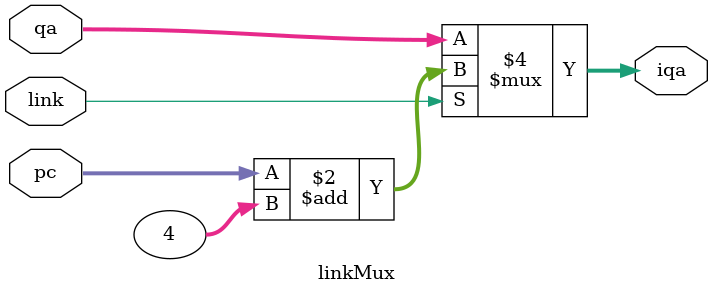
<source format=v>
`timescale 1ns / 1ps

module Processor(
    input clk,
    
    //output [31:0] out_insToDecode,
    /*
    output out_ewr_reg,
    output out_emem_to_reg,
    output out_ewr_mem,
    output [3:0] out_ealu_op,
    output [4:0] out_edest_reg,
    output [31:0] out_eqa,
    output [31:0] out_eqb,
    output [31:0] out_eimm32,
    //
    output out_mwr_reg,
    output out_mmem_to_reg,
    output out_mwr_mem,
    output [4:0] out_mdest_reg,
    output [31:0] out_mqb,
    output [31:0] out_malu_out,
    
    output out_wb_reg,
    output [4:0] out_wb_dest,
    */
    output [31:0] out_wb_data
);

    // PC init
    wire [31:0] nextPc;
    wire [31:0] pc;
    reg wr_pc = 1'b1;
    wire jump;
    wire branch;
    wire jr;
    wire [31:0] qa;
    wire [31:0] imm32;
    wire [31:0] jumpAmount;

    BranchMUX bMux(
        // Inputs
        .branch     ( branch    ),
        .qa         ( qa        ),
        .imm32      ( imm32     ),
        // Outputs
        .jumpAmount ( jumpAmount )
    );

    Program_Counter programCount(
        // Inputs
        .nextPc ( nextPc ),
        .clk    ( clk    ),
        .jump   ( jump   ),
        .branch ( branch ),
        .jr     ( jr     ),
        .jumpAmount ( jumpAmount ),
        .wr_pc  ( wr_pc  ),
        // Outputs
        .pc     ( pc     )
    );
    
    // IF init
    wire [31:0] IF_pc = pc;
    wire [31:0] IF_nextPc;
    assign nextPc = IF_nextPc;
    wire [31:0] nextIns;

    IF insFetch(
        // Inputs
        .pc         ( IF_pc     ),
        // Outputs
        .nextPc     ( IF_nextPc ),
        .nextIns    ( nextIns   )
    );
    
    // IFIDPipeReg init
    wire [31:0] insToDecode;
    wire wr_ifid = wr_pc;
    wire wr_idexe;

    IF_ID_PipeReg IF_ID_Pipe(
        // Inputs
        .nextIns        ( nextIns     ),
        .clk            ( clk         ),
        .wr_ifid        ( wr_ifid     ),
        // Outputs
        .insToDecode    ( insToDecode ),
        .wr_idexe       ( wr_idexe    )
    );
    
    // ID init
    wire wr_reg;
    wire mem_to_reg;
    wire wr_mem;
    wire alu_imm;
    wire [3:0] alu_op;
    wire [4:0] dest_reg;
    wire [31:0] qb;
    wire i_rs;
    wire i_rt;
    wire link;
   
    wire wb_reg;
    wire [4:0] wb_dest;
    wire [31:0] wb_data;

    ID insDecode(
        // Inputs
        .clk            ( clk           ),
        .insToDecode    ( insToDecode   ),
        .wb_reg         ( wb_reg        ),
        .wb_dest        ( wb_dest       ),
        .wb_data        ( wb_data       ),
        // Outputs
        .wr_reg         ( wr_reg        ),
        .mem_to_reg     ( mem_to_reg    ),
        .wr_mem         ( wr_mem        ),
        .alu_op         ( alu_op        ),
        .alu_imm        ( alu_imm       ),
        .dest_reg       ( dest_reg      ),
        .qa             ( qa            ),
        .qb             ( qb            ),
        .imm32          ( imm32         ),
        .jump           ( jump          ),
        .branch         ( branch        ),
        .link           ( link          ),
        .jr             ( jr            ),  
        .i_rs           ( i_rs          ),
        .i_rt           ( i_rt          ) 
    );
    
    // IDEXEPipeReg init
    wire ewr_reg;
    wire emem_to_reg;
    wire ewr_mem;
    wire ealu_imm;
    wire [3:0] ealu_op;
    wire [4:0] edest_reg;
    wire [31:0] eqa;
    wire [31:0] eqb;
    wire [31:0] eimm32;

    wire [31:0] ID_pc = pc;
    wire [31:0] iqa;

    // Helpful wires for forwarding & stalling
    wire [4:0] rs = insToDecode[25:21];
    wire [4:0] rt = insToDecode[20:16];

    // Only stalls in the case of an ins using the information from a previous lw instruction that isn't available yet.
    wire stall = ewr_reg & emem_to_reg & (edest_reg != 0) & (i_rs & (edest_reg == rs) | i_rt & (edest_reg == rt));
    always@(*)begin
        if(stall)begin
            wr_pc = 1'b0;
        end
        else begin
            wr_pc = 1'b1;
        end
    end
    // Forwarding signals
    wire forwardA = (edest_reg == rs) & ewr_reg & !emem_to_reg;
    wire forwardB = (edest_reg == rt) & ewr_reg & !emem_to_reg;
    wire wr_exemem;
    wire memForwardA;
    wire memForwardB;
    reg [31:0] mem_forward;
    wire [31:0] alu_forward;
    wire [31:0] fwdqa;
    wire [31:0] fwdqb;

    forwardMux forMux(
        // Inputs
        .forwardA   ( forwardA   ),
        .forwardB   ( forwardB   ),
        .memForwardA( memForwardA),
        .memForwardB( memForwardB),
        .mem_result ( mem_forward ),
        .alu_result ( alu_forward ),
        .qa         ( qa         ),
        .qb         ( qb         ),
        // Outputs
        .fwdqa      ( fwdqa      ),
        .fwdqb      ( fwdqb      )
    );

    linkMux lMux(
        // Inputs
        .link   ( link  ),
        .pc     ( ID_pc ),
        .qa     ( fwdqa ),
        // Outputs
        .iqa    ( iqa   )
    );

    ID_EXE_PipeReg ID_EXE_Pipe(
        // Inputs
        .clk            ( clk         ),
        .wr_reg         ( wr_reg      ),
        .mem_to_reg     ( mem_to_reg  ),
        .wr_mem         ( wr_mem      ),
        .alu_op         ( alu_op      ),
        .alu_imm        ( alu_imm     ),
        .dest_reg       ( dest_reg    ),
        .qa             ( iqa         ),
        .qb             ( fwdqb       ),
        .imm32          ( imm32       ),
        .wr_idexe       ( wr_idexe    ),
        // Outputs
        .ewr_reg        ( ewr_reg     ),
        .emem_to_reg    ( emem_to_reg ),
        .ewr_mem        ( ewr_mem     ),
        .ealu_op        ( ealu_op     ),
        .ealu_imm       ( ealu_imm    ),
        .edest_reg      ( edest_reg   ),
        .eqa            ( eqa         ),
        .eqb            ( eqb         ),
        .eimm32         ( eimm32      ),
        .wr_exemem      ( wr_exemem   )
    );

    // EXE init
    wire [31:0] alu_out;

    EXE execute(
        // Inputs
        .alu_imm(ealu_imm),
        .alu_op(ealu_op),
        .qa(eqa),
        .qb(eqb),
        .imm32(eimm32),

        // Outputs
        .alu_out(alu_out)
    );
    
    assign alu_forward = alu_out;

    // Init EXE_MEM_Pipe
    wire mwr_reg;
    wire mmem_to_reg;
    wire mwr_mem;
    wire [4:0] mdest_reg;
    wire [31:0] mqb;
    wire [31:0] malu_out;
    wire wr_memwb;

    EXE_MEM_PipeReg EXE_MEM_Pipe(
        // Inputs
        .clk(clk),
        .ewr_reg(ewr_reg),
        .emem_to_reg(emem_to_reg),
        .ewr_mem(ewr_mem),
        .edest_reg(edest_reg),
        .eqb(eqb),
        .alu_out(alu_out),
        .wr_exemem(wr_exemem),

        // Outputs
        .mwr_reg(mwr_reg),
        .mmem_to_reg(mmem_to_reg),
        .mwr_mem(mwr_mem),
        .mdest_reg(mdest_reg),
        .mqb(mqb),
        .malu_out(malu_out),
        .wr_memwb(wr_memwb)
    );

    // Init MEM
    wire [31:0] mem_out;

    MEM memory(
        // Inputs
        .clk(clk),
        .wr_mem(mwr_mem),
        .alu_out(malu_out),
        .qb(mqb),

        // Outputs
        .mem_out(mem_out)
    );

    assign memForwardA = mwr_reg & (mdest_reg == rs);
    assign memForwardB = mwr_reg & (mdest_reg == rt);
    
    always@(*)begin
        if(mmem_to_reg)begin
            mem_forward = mem_out;
        end
        else begin
            mem_forward = malu_out;
        end
    end

    // Init MEM_WB_Pipe
    wire wb_mem_to_reg;
    wire [31:0] wb_alu_out;
    wire [31:0] wb_mem_out;

    MEM_WB_PipeReg MEM_WB_Pipe(
        // Inputs
        .clk        ( clk         ),
        .wr_reg     ( mwr_reg     ),
        .mem_to_reg ( mmem_to_reg ),
        .dest_reg   ( mdest_reg   ),
        .alu_out    ( malu_out    ),
        .mem_out    ( mem_out     ),
        .wr_memwb   ( wr_memwb    ),

        // Outputs
        .wb_reg     ( wb_reg    ),
        .wb_mem_to_reg ( wb_mem_to_reg ),
        .wb_dest    ( wb_dest   ),
        .wb_alu_out  ( wb_alu_out ),
        .wb_mem_out (wb_mem_out)
    );

    // Init WB


    WB writeBack(
        // Inputs
        .mem_to_reg(wb_mem_to_reg),
        .alu_out(wb_alu_out),
        .mem_out(wb_mem_out),

        // Outputs 
        .wb_data(wb_data)
    );
    
    /* IF_ID
    assign out_insToDecode = insToDecode;
    // ID_EXE
    assign out_ewr_reg = ewr_reg;
    assign out_emem_to_reg = emem_to_reg;
    assign out_ewr_mem = ewr_mem;
    assign out_ealu_op = ealu_op;
    assign out_edest_reg = edest_reg;
    assign out_eqa = eqa;
    assign out_eqb = eqb;
    assign out_eimm32 = eimm32;
    // EXE_MEM
    assign out_mwr_reg = mwr_reg;
    assign out_mmem_to_reg = mmem_to_reg;
    assign out_mwr_mem = mwr_mem;
    assign out_mdest_reg = mdest_reg;
    assign out_mqb = mqb;
    assign out_malu_out = malu_out;
    // MEM_WB
    assign out_wb_reg = wb_reg;
    assign out_wb_dest = wb_dest;
    */
    assign out_wb_data = wb_data;

endmodule

// Sequential - Updates the pc at the start of every new cycle
module Program_Counter(
    input [31:0] nextPc,
    input clk,
    input branch,
    input jump,
    input jr,
    input wr_pc,
    input [31:0] jumpAmount,
    output reg [31:0] pc
);

    always@(posedge clk)begin
        if(wr_pc)begin
            if(branch)begin
                pc <= pc + $signed(jumpAmount);
            end
            else if(jump)begin
                pc <= {pc[31:28], jumpAmount[25:0], 2'b00};
            end
            else if(jr)begin
                pc <= jumpAmount;
            end
            else
            pc <= nextPc;
        end
    end

endmodule

// Sequential - Stores and passes necessary values from IF to ID at the start of each cycle
module IF_ID_PipeReg(
    input [31:0] nextIns,
    input clk,
    input wr_ifid,

    output reg wr_idexe,
    output reg [31:0] insToDecode
);

    always@(posedge clk)begin
        if(wr_ifid)begin
            insToDecode <= nextIns;
        end
        wr_idexe <= wr_ifid;
    end

endmodule

module forwardMux(
    input forwardA,
    input forwardB,
    input memForwardA,
    input memForwardB,
    input [31:0] mem_result,
    input [31:0] alu_result,
    input [31:0] qa,
    input [31:0] qb,

    output reg [31:0] fwdqa,
    output reg [31:0] fwdqb
);

    always@(*)begin
        if(forwardA)begin
            fwdqa = alu_result;
        end
        else if (memForwardA)begin
            fwdqa = mem_result;
        end
        else begin
            fwdqa = qa;
        end
        if (forwardB)begin
            fwdqb = alu_result;
        end
        else if (memForwardB)begin
            fwdqb = mem_result;
        end
        else begin
            fwdqb = qb;
        end
    end

endmodule

// Sequential - Stores and passes necessary values from ID to EXE at the start of each cycle
module ID_EXE_PipeReg(
    input clk,
    input wr_reg,
    input mem_to_reg,
    input wr_mem,
    input alu_imm,
    input wr_idexe,
    input [3:0] alu_op,
    input [4:0] dest_reg,
    input [31:0] qa,
    input [31:0] qb,
    input [31:0] imm32,

    output reg ewr_reg,
    output reg emem_to_reg,
    output reg ewr_mem,
    output reg ealu_imm,
    output reg wr_exemem,
    output reg [3:0] ealu_op,
    output reg [4:0] edest_reg,
    output reg [31:0] eqa,
    output reg [31:0] eqb,
    output reg [31:0] eimm32
);

    always@(posedge clk)begin
        if(wr_idexe)begin
            ewr_reg <= wr_reg;
            emem_to_reg <= mem_to_reg;
            ewr_mem <= wr_mem;
            ealu_imm <= alu_imm;
            ealu_op <= alu_op;
            edest_reg <= dest_reg;
            eqa <= qa;
            eqb <= qb;
            eimm32 <= imm32;
        end
        wr_exemem <= wr_idexe;
    end

endmodule

// Sequential - Stores and passes necessary values from EXE to MEM and updates at the start of each cycle
module EXE_MEM_PipeReg(
    input clk,
    input ewr_reg,
    input emem_to_reg,
    input ewr_mem,
    input wr_exemem,
    input [4:0] edest_reg,
    input [31:0] alu_out,
    input [31:0] eqb,

    output reg mwr_reg,
    output reg mmem_to_reg,
    output reg mwr_mem,
    output reg wr_memwb,
    output reg [4:0] mdest_reg,
    output reg [31:0] malu_out,
    output reg [31:0] mqb
);

    always@(posedge clk)begin
        if(wr_exemem)begin
            mwr_reg <= ewr_reg;
            mmem_to_reg <= emem_to_reg;
            mwr_mem <= ewr_mem;
            mdest_reg <= edest_reg;
            malu_out <= alu_out;
            mqb <= eqb;
        end
        wr_memwb <= wr_exemem;
    end

endmodule

// Sequential - Stores and passes necessary values from MEM to WB and updates at the start of each cycle
module MEM_WB_PipeReg(
    input clk,
    input wr_reg,
    input mem_to_reg,
    input wr_memwb,
    input [4:0] dest_reg,
    input [31:0] alu_out,
    input [31:0] mem_out,

    output reg wb_reg,
    output reg wb_mem_to_reg,
    output reg [4:0] wb_dest,
    output reg [31:0] wb_alu_out,
    output reg [31:0] wb_mem_out
);
    always@(posedge clk)begin
        if(wr_memwb)begin
            wb_reg <= wr_reg;
            wb_mem_to_reg <= mem_to_reg;
            wb_dest <= dest_reg;
            wb_alu_out <= alu_out;
            wb_mem_out <= mem_out;
        end
    end

endmodule

module BranchMUX(
    input branch,
    input [31:0] qa,
    input [31:0] imm32,
    
    output reg [31:0] jumpAmount
);
    // Uses branch as a signal because qa is needed in both jump and jr signal cases
    always@(*)begin
        if(branch)begin
            jumpAmount <= imm32;
        end
        else begin
            jumpAmount <= qa;
        end
    end
    
endmodule

// Combinational, sets up jal instruction to write the correct return address in the register file during its WB stage
module linkMux(
    input link,
    input [31:0] pc,
    input [31:0] qa,
    
    output reg [31:0] iqa
);
    always@(*)begin
        if(link)begin
            iqa = pc + 4;
        end
        else begin
            iqa = qa;
        end
    end
endmodule
</source>
